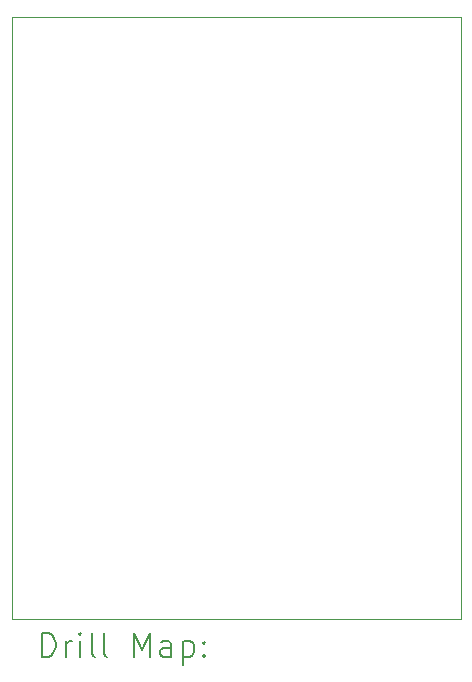
<source format=gbr>
%TF.GenerationSoftware,KiCad,Pcbnew,7.0.10*%
%TF.CreationDate,2024-01-19T13:25:04-08:00*%
%TF.ProjectId,Jettabrain,4a657474-6162-4726-9169-6e2e6b696361,rev?*%
%TF.SameCoordinates,Original*%
%TF.FileFunction,Drillmap*%
%TF.FilePolarity,Positive*%
%FSLAX45Y45*%
G04 Gerber Fmt 4.5, Leading zero omitted, Abs format (unit mm)*
G04 Created by KiCad (PCBNEW 7.0.10) date 2024-01-19 13:25:04*
%MOMM*%
%LPD*%
G01*
G04 APERTURE LIST*
%ADD10C,0.100000*%
%ADD11C,0.200000*%
G04 APERTURE END LIST*
D10*
X12227400Y-7727000D02*
X16027400Y-7727000D01*
X16027400Y-12827000D01*
X12227400Y-12827000D01*
X12227400Y-7727000D01*
D11*
X12483177Y-13143484D02*
X12483177Y-12943484D01*
X12483177Y-12943484D02*
X12530796Y-12943484D01*
X12530796Y-12943484D02*
X12559367Y-12953008D01*
X12559367Y-12953008D02*
X12578415Y-12972055D01*
X12578415Y-12972055D02*
X12587939Y-12991103D01*
X12587939Y-12991103D02*
X12597462Y-13029198D01*
X12597462Y-13029198D02*
X12597462Y-13057769D01*
X12597462Y-13057769D02*
X12587939Y-13095865D01*
X12587939Y-13095865D02*
X12578415Y-13114912D01*
X12578415Y-13114912D02*
X12559367Y-13133960D01*
X12559367Y-13133960D02*
X12530796Y-13143484D01*
X12530796Y-13143484D02*
X12483177Y-13143484D01*
X12683177Y-13143484D02*
X12683177Y-13010150D01*
X12683177Y-13048246D02*
X12692701Y-13029198D01*
X12692701Y-13029198D02*
X12702224Y-13019674D01*
X12702224Y-13019674D02*
X12721272Y-13010150D01*
X12721272Y-13010150D02*
X12740320Y-13010150D01*
X12806986Y-13143484D02*
X12806986Y-13010150D01*
X12806986Y-12943484D02*
X12797462Y-12953008D01*
X12797462Y-12953008D02*
X12806986Y-12962531D01*
X12806986Y-12962531D02*
X12816510Y-12953008D01*
X12816510Y-12953008D02*
X12806986Y-12943484D01*
X12806986Y-12943484D02*
X12806986Y-12962531D01*
X12930796Y-13143484D02*
X12911748Y-13133960D01*
X12911748Y-13133960D02*
X12902224Y-13114912D01*
X12902224Y-13114912D02*
X12902224Y-12943484D01*
X13035558Y-13143484D02*
X13016510Y-13133960D01*
X13016510Y-13133960D02*
X13006986Y-13114912D01*
X13006986Y-13114912D02*
X13006986Y-12943484D01*
X13264129Y-13143484D02*
X13264129Y-12943484D01*
X13264129Y-12943484D02*
X13330796Y-13086341D01*
X13330796Y-13086341D02*
X13397462Y-12943484D01*
X13397462Y-12943484D02*
X13397462Y-13143484D01*
X13578415Y-13143484D02*
X13578415Y-13038722D01*
X13578415Y-13038722D02*
X13568891Y-13019674D01*
X13568891Y-13019674D02*
X13549843Y-13010150D01*
X13549843Y-13010150D02*
X13511748Y-13010150D01*
X13511748Y-13010150D02*
X13492701Y-13019674D01*
X13578415Y-13133960D02*
X13559367Y-13143484D01*
X13559367Y-13143484D02*
X13511748Y-13143484D01*
X13511748Y-13143484D02*
X13492701Y-13133960D01*
X13492701Y-13133960D02*
X13483177Y-13114912D01*
X13483177Y-13114912D02*
X13483177Y-13095865D01*
X13483177Y-13095865D02*
X13492701Y-13076817D01*
X13492701Y-13076817D02*
X13511748Y-13067293D01*
X13511748Y-13067293D02*
X13559367Y-13067293D01*
X13559367Y-13067293D02*
X13578415Y-13057769D01*
X13673653Y-13010150D02*
X13673653Y-13210150D01*
X13673653Y-13019674D02*
X13692701Y-13010150D01*
X13692701Y-13010150D02*
X13730796Y-13010150D01*
X13730796Y-13010150D02*
X13749843Y-13019674D01*
X13749843Y-13019674D02*
X13759367Y-13029198D01*
X13759367Y-13029198D02*
X13768891Y-13048246D01*
X13768891Y-13048246D02*
X13768891Y-13105388D01*
X13768891Y-13105388D02*
X13759367Y-13124436D01*
X13759367Y-13124436D02*
X13749843Y-13133960D01*
X13749843Y-13133960D02*
X13730796Y-13143484D01*
X13730796Y-13143484D02*
X13692701Y-13143484D01*
X13692701Y-13143484D02*
X13673653Y-13133960D01*
X13854605Y-13124436D02*
X13864129Y-13133960D01*
X13864129Y-13133960D02*
X13854605Y-13143484D01*
X13854605Y-13143484D02*
X13845082Y-13133960D01*
X13845082Y-13133960D02*
X13854605Y-13124436D01*
X13854605Y-13124436D02*
X13854605Y-13143484D01*
X13854605Y-13019674D02*
X13864129Y-13029198D01*
X13864129Y-13029198D02*
X13854605Y-13038722D01*
X13854605Y-13038722D02*
X13845082Y-13029198D01*
X13845082Y-13029198D02*
X13854605Y-13019674D01*
X13854605Y-13019674D02*
X13854605Y-13038722D01*
M02*

</source>
